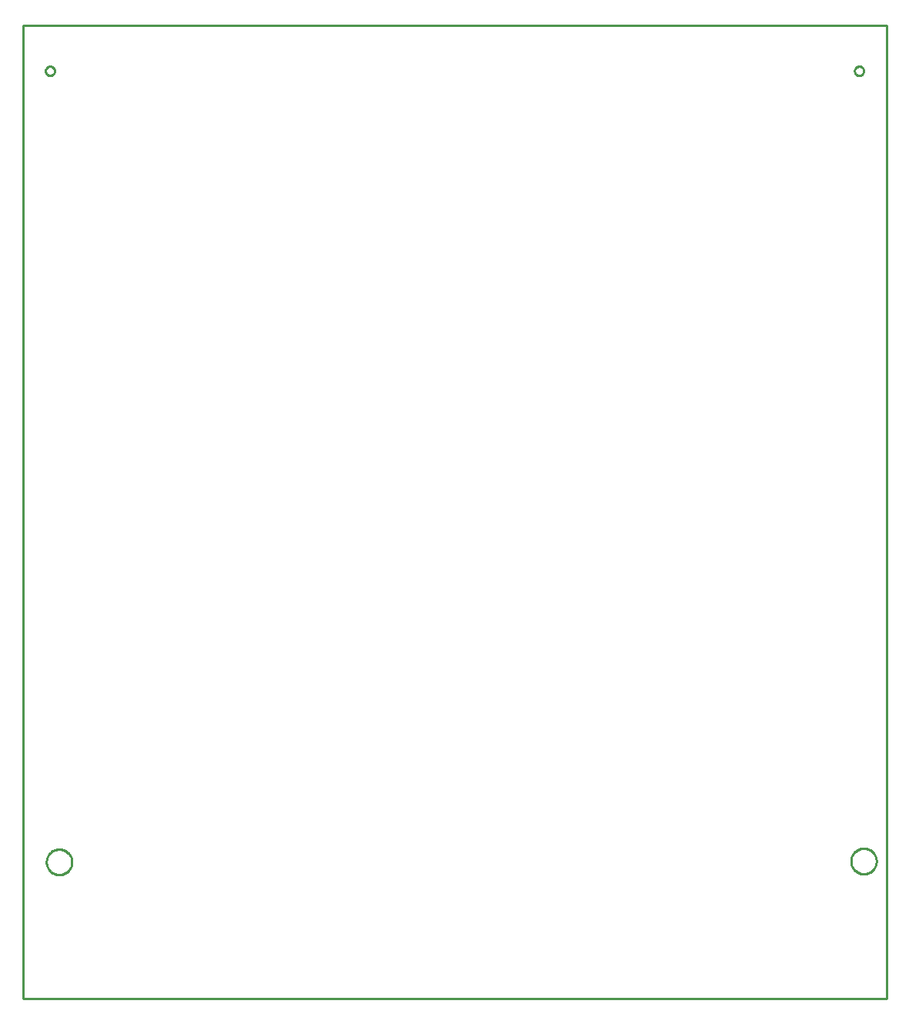
<source format=gbr>
G04 EAGLE Gerber RS-274X export*
G75*
%MOMM*%
%FSLAX34Y34*%
%LPD*%
%IN*%
%IPPOS*%
%AMOC8*
5,1,8,0,0,1.08239X$1,22.5*%
G01*
%ADD10C,0.254000*%


D10*
X0Y0D02*
X950000Y0D01*
X950000Y1070000D01*
X0Y1070000D01*
X0Y0D01*
X925000Y1019719D02*
X924937Y1019161D01*
X924812Y1018614D01*
X924627Y1018084D01*
X924383Y1017578D01*
X924084Y1017102D01*
X923734Y1016663D01*
X923337Y1016266D01*
X922898Y1015916D01*
X922422Y1015617D01*
X921916Y1015373D01*
X921386Y1015188D01*
X920839Y1015063D01*
X920281Y1015000D01*
X919719Y1015000D01*
X919161Y1015063D01*
X918614Y1015188D01*
X918084Y1015373D01*
X917578Y1015617D01*
X917102Y1015916D01*
X916663Y1016266D01*
X916266Y1016663D01*
X915916Y1017102D01*
X915617Y1017578D01*
X915373Y1018084D01*
X915188Y1018614D01*
X915063Y1019161D01*
X915000Y1019719D01*
X915000Y1020281D01*
X915063Y1020839D01*
X915188Y1021386D01*
X915373Y1021916D01*
X915617Y1022422D01*
X915916Y1022898D01*
X916266Y1023337D01*
X916663Y1023734D01*
X917102Y1024084D01*
X917578Y1024383D01*
X918084Y1024627D01*
X918614Y1024812D01*
X919161Y1024937D01*
X919719Y1025000D01*
X920281Y1025000D01*
X920839Y1024937D01*
X921386Y1024812D01*
X921916Y1024627D01*
X922422Y1024383D01*
X922898Y1024084D01*
X923337Y1023734D01*
X923734Y1023337D01*
X924084Y1022898D01*
X924383Y1022422D01*
X924627Y1021916D01*
X924812Y1021386D01*
X924937Y1020839D01*
X925000Y1020281D01*
X925000Y1019719D01*
X35000Y1019719D02*
X34937Y1019161D01*
X34812Y1018614D01*
X34627Y1018084D01*
X34383Y1017578D01*
X34084Y1017102D01*
X33734Y1016663D01*
X33337Y1016266D01*
X32898Y1015916D01*
X32422Y1015617D01*
X31916Y1015373D01*
X31386Y1015188D01*
X30839Y1015063D01*
X30281Y1015000D01*
X29719Y1015000D01*
X29161Y1015063D01*
X28614Y1015188D01*
X28084Y1015373D01*
X27578Y1015617D01*
X27102Y1015916D01*
X26663Y1016266D01*
X26266Y1016663D01*
X25916Y1017102D01*
X25617Y1017578D01*
X25373Y1018084D01*
X25188Y1018614D01*
X25063Y1019161D01*
X25000Y1019719D01*
X25000Y1020281D01*
X25063Y1020839D01*
X25188Y1021386D01*
X25373Y1021916D01*
X25617Y1022422D01*
X25916Y1022898D01*
X26266Y1023337D01*
X26663Y1023734D01*
X27102Y1024084D01*
X27578Y1024383D01*
X28084Y1024627D01*
X28614Y1024812D01*
X29161Y1024937D01*
X29719Y1025000D01*
X30281Y1025000D01*
X30839Y1024937D01*
X31386Y1024812D01*
X31916Y1024627D01*
X32422Y1024383D01*
X32898Y1024084D01*
X33337Y1023734D01*
X33734Y1023337D01*
X34084Y1022898D01*
X34383Y1022422D01*
X34627Y1021916D01*
X34812Y1021386D01*
X34937Y1020839D01*
X35000Y1020281D01*
X35000Y1019719D01*
X54000Y149500D02*
X53929Y148503D01*
X53786Y147513D01*
X53574Y146536D01*
X53292Y145576D01*
X52943Y144639D01*
X52527Y143729D01*
X52048Y142852D01*
X51507Y142010D01*
X50908Y141210D01*
X50253Y140454D01*
X49546Y139747D01*
X48790Y139092D01*
X47990Y138493D01*
X47148Y137952D01*
X46271Y137473D01*
X45361Y137057D01*
X44424Y136708D01*
X43465Y136426D01*
X42487Y136214D01*
X41498Y136071D01*
X40500Y136000D01*
X39500Y136000D01*
X38503Y136071D01*
X37513Y136214D01*
X36536Y136426D01*
X35576Y136708D01*
X34639Y137057D01*
X33729Y137473D01*
X32852Y137952D01*
X32010Y138493D01*
X31210Y139092D01*
X30454Y139747D01*
X29747Y140454D01*
X29092Y141210D01*
X28493Y142010D01*
X27952Y142852D01*
X27473Y143729D01*
X27057Y144639D01*
X26708Y145576D01*
X26426Y146536D01*
X26214Y147513D01*
X26071Y148503D01*
X26000Y149500D01*
X26000Y150500D01*
X26071Y151498D01*
X26214Y152487D01*
X26426Y153465D01*
X26708Y154424D01*
X27057Y155361D01*
X27473Y156271D01*
X27952Y157148D01*
X28493Y157990D01*
X29092Y158790D01*
X29747Y159546D01*
X30454Y160253D01*
X31210Y160908D01*
X32010Y161507D01*
X32852Y162048D01*
X33729Y162527D01*
X34639Y162943D01*
X35576Y163292D01*
X36536Y163574D01*
X37513Y163786D01*
X38503Y163929D01*
X39500Y164000D01*
X40500Y164000D01*
X41498Y163929D01*
X42487Y163786D01*
X43465Y163574D01*
X44424Y163292D01*
X45361Y162943D01*
X46271Y162527D01*
X47148Y162048D01*
X47990Y161507D01*
X48790Y160908D01*
X49546Y160253D01*
X50253Y159546D01*
X50908Y158790D01*
X51507Y157990D01*
X52048Y157148D01*
X52527Y156271D01*
X52943Y155361D01*
X53292Y154424D01*
X53574Y153465D01*
X53786Y152487D01*
X53929Y151498D01*
X54000Y150500D01*
X54000Y149500D01*
X939000Y150500D02*
X938929Y149503D01*
X938786Y148513D01*
X938574Y147536D01*
X938292Y146576D01*
X937943Y145639D01*
X937527Y144729D01*
X937048Y143852D01*
X936507Y143010D01*
X935908Y142210D01*
X935253Y141454D01*
X934546Y140747D01*
X933790Y140092D01*
X932990Y139493D01*
X932148Y138952D01*
X931271Y138473D01*
X930361Y138057D01*
X929424Y137708D01*
X928465Y137426D01*
X927487Y137214D01*
X926498Y137071D01*
X925500Y137000D01*
X924500Y137000D01*
X923503Y137071D01*
X922513Y137214D01*
X921536Y137426D01*
X920576Y137708D01*
X919639Y138057D01*
X918729Y138473D01*
X917852Y138952D01*
X917010Y139493D01*
X916210Y140092D01*
X915454Y140747D01*
X914747Y141454D01*
X914092Y142210D01*
X913493Y143010D01*
X912952Y143852D01*
X912473Y144729D01*
X912057Y145639D01*
X911708Y146576D01*
X911426Y147536D01*
X911214Y148513D01*
X911071Y149503D01*
X911000Y150500D01*
X911000Y151500D01*
X911071Y152498D01*
X911214Y153487D01*
X911426Y154465D01*
X911708Y155424D01*
X912057Y156361D01*
X912473Y157271D01*
X912952Y158148D01*
X913493Y158990D01*
X914092Y159790D01*
X914747Y160546D01*
X915454Y161253D01*
X916210Y161908D01*
X917010Y162507D01*
X917852Y163048D01*
X918729Y163527D01*
X919639Y163943D01*
X920576Y164292D01*
X921536Y164574D01*
X922513Y164786D01*
X923503Y164929D01*
X924500Y165000D01*
X925500Y165000D01*
X926498Y164929D01*
X927487Y164786D01*
X928465Y164574D01*
X929424Y164292D01*
X930361Y163943D01*
X931271Y163527D01*
X932148Y163048D01*
X932990Y162507D01*
X933790Y161908D01*
X934546Y161253D01*
X935253Y160546D01*
X935908Y159790D01*
X936507Y158990D01*
X937048Y158148D01*
X937527Y157271D01*
X937943Y156361D01*
X938292Y155424D01*
X938574Y154465D01*
X938786Y153487D01*
X938929Y152498D01*
X939000Y151500D01*
X939000Y150500D01*
M02*

</source>
